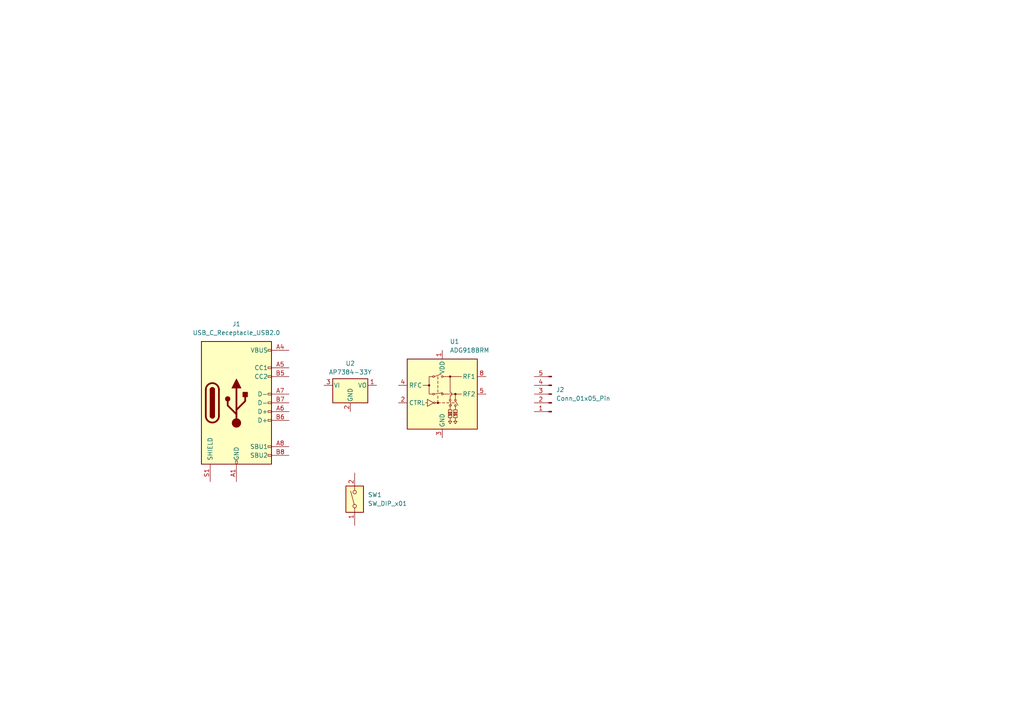
<source format=kicad_sch>
(kicad_sch (version 20230121) (generator eeschema)
  (paper "A4")
  (lib_symbols
    (symbol "Connector:Conn_01x05_Pin" (pin_names (offset 1.016) hide)
      (property "Reference" "J" (at 0 7.62 0))
      (property "Value" "Conn_01x05_Pin" (at 0 -7.62 0))
      (symbol "Conn_01x05_Pin_1_1"
        (polyline (pts (xy 1.27 -5.08) (xy 0.8636 -5.08)) (stroke (width 0.1524)))
        (polyline (pts (xy 1.27 -2.54) (xy 0.8636 -2.54)) (stroke (width 0.1524)))
        (polyline (pts (xy 1.27 0) (xy 0.8636 0)) (stroke (width 0.1524)))
        (polyline (pts (xy 1.27 2.54) (xy 0.8636 2.54)) (stroke (width 0.1524)))
        (polyline (pts (xy 1.27 5.08) (xy 0.8636 5.08)) (stroke (width 0.1524)))
        (rectangle (start 0.8636 -4.953) (end 0 -5.207) (stroke (width 0.1524)) (fill (type outline)))
        (rectangle (start 0.8636 -2.413) (end 0 -2.667) (stroke (width 0.1524)) (fill (type outline)))
        (rectangle (start 0.8636 0.127) (end 0 -0.127) (stroke (width 0.1524)) (fill (type outline)))
        (rectangle (start 0.8636 2.667) (end 0 2.413) (stroke (width 0.1524)) (fill (type outline)))
        (rectangle (start 0.8636 5.207) (end 0 4.953) (stroke (width 0.1524)) (fill (type outline)))
        (pin passive line (at 5.08 5.08 180) (length 3.81) (name "Pin_1") (number "1"))
        (pin passive line (at 5.08 2.54 180) (length 3.81) (name "Pin_2") (number "2"))
        (pin passive line (at 5.08 0 180) (length 3.81) (name "Pin_3") (number "3"))
        (pin passive line (at 5.08 -2.54 180) (length 3.81) (name "Pin_4") (number "4"))
        (pin passive line (at 5.08 -5.08 180) (length 3.81) (name "Pin_5") (number "5"))
      )
    )
    (symbol "Connector:USB_C_Receptacle_USB2.0" (pin_names (offset 1.016))
      (property "Reference" "J" (at -10.16 19.05 0))
      (property "Value" "USB_C_Receptacle_USB2.0" (at 19.05 19.05 0))
      (symbol "USB_C_Receptacle_USB2.0_0_0"
        (rectangle (start -0.254 -17.78) (end 0.254 -16.764))
        (rectangle (start 10.16 -14.986) (end 9.144 -15.494))
        (rectangle (start 10.16 -12.446) (end 9.144 -12.954))
        (rectangle (start 10.16 -4.826) (end 9.144 -5.334))
        (rectangle (start 10.16 -2.286) (end 9.144 -2.794))
        (rectangle (start 10.16 0.254) (end 9.144 -0.254))
        (rectangle (start 10.16 2.794) (end 9.144 2.286))
        (rectangle (start 10.16 7.874) (end 9.144 7.366))
        (rectangle (start 10.16 10.414) (end 9.144 9.906))
        (rectangle (start 10.16 15.494) (end 9.144 14.986))
      )
      (symbol "USB_C_Receptacle_USB2.0_0_1"
        (rectangle (start -10.16 17.78) (end 10.16 -17.78) (stroke (width 0.254)) (fill (type background)))
        (arc (start -8.89 -3.81) (mid -6.985 -5.7067) (end -5.08 -3.81) (stroke (width 0.508)))
        (arc (start -7.62 -3.81) (mid -6.985 -4.4423) (end -6.35 -3.81) (stroke (width 0.254)))
        (arc (start -7.62 -3.81) (mid -6.985 -4.4423) (end -6.35 -3.81) (stroke (width 0.254)) (fill (type outline)))
        (rectangle (start -7.62 -3.81) (end -6.35 3.81) (stroke (width 0.254)) (fill (type outline)))
        (arc (start -6.35 3.81) (mid -6.985 4.4423) (end -7.62 3.81) (stroke (width 0.254)))
        (arc (start -6.35 3.81) (mid -6.985 4.4423) (end -7.62 3.81) (stroke (width 0.254)) (fill (type outline)))
        (arc (start -5.08 3.81) (mid -6.985 5.7067) (end -8.89 3.81) (stroke (width 0.508)))
        (circle (center -2.54 1.143) (radius 0.635) (stroke (width 0.254)) (fill (type outline)))
        (circle (center 0 -5.842) (radius 1.27) (fill (type outline)))
        (polyline (pts (xy -8.89 -3.81) (xy -8.89 3.81)) (stroke (width 0.508)))
        (polyline (pts (xy -5.08 3.81) (xy -5.08 -3.81)) (stroke (width 0.508)))
        (polyline (pts (xy 0 -5.842) (xy 0 4.318)) (stroke (width 0.508)))
        (polyline (pts (xy 0 -3.302) (xy -2.54 -0.762) (xy -2.54 0.508)) (stroke (width 0.508)))
        (polyline (pts (xy 0 -2.032) (xy 2.54 0.508) (xy 2.54 1.778)) (stroke (width 0.508)))
        (polyline (pts (xy -1.27 4.318) (xy 0 6.858) (xy 1.27 4.318) (xy -1.27 4.318)) (stroke (width 0.254)) (fill (type outline)))
        (rectangle (start 1.905 1.778) (end 3.175 3.048) (stroke (width 0.254)) (fill (type outline)))
      )
      (symbol "USB_C_Receptacle_USB2.0_1_1"
        (pin passive line (at 0 -22.86 90) (length 5.08) (name "GND") (number "A1"))
        (pin passive line (at 0 -22.86 90) (length 5.08) hide (name "GND") (number "A12"))
        (pin passive line (at 15.24 15.24 180) (length 5.08) (name "VBUS") (number "A4"))
        (pin bidirectional line (at 15.24 10.16 180) (length 5.08) (name "CC1") (number "A5"))
        (pin bidirectional line (at 15.24 -2.54 180) (length 5.08) (name "D+") (number "A6"))
        (pin bidirectional line (at 15.24 2.54 180) (length 5.08) (name "D-") (number "A7"))
        (pin bidirectional line (at 15.24 -12.7 180) (length 5.08) (name "SBU1") (number "A8"))
        (pin passive line (at 15.24 15.24 180) (length 5.08) hide (name "VBUS") (number "A9"))
        (pin passive line (at 0 -22.86 90) (length 5.08) hide (name "GND") (number "B1"))
        (pin passive line (at 0 -22.86 90) (length 5.08) hide (name "GND") (number "B12"))
        (pin passive line (at 15.24 15.24 180) (length 5.08) hide (name "VBUS") (number "B4"))
        (pin bidirectional line (at 15.24 7.62 180) (length 5.08) (name "CC2") (number "B5"))
        (pin bidirectional line (at 15.24 -5.08 180) (length 5.08) (name "D+") (number "B6"))
        (pin bidirectional line (at 15.24 0 180) (length 5.08) (name "D-") (number "B7"))
        (pin bidirectional line (at 15.24 -15.24 180) (length 5.08) (name "SBU2") (number "B8"))
        (pin passive line (at 15.24 15.24 180) (length 5.08) hide (name "VBUS") (number "B9"))
        (pin passive line (at -7.62 -22.86 90) (length 5.08) (name "SHIELD") (number "S1"))
      )
    )
    (symbol "RF_Switch:ADG918BRM"
      (property "Reference" "U" (at -10.16 11.43 0))
      (property "Value" "ADG918BRM" (at 1.27 11.43 0))
      (symbol "ADG918BRM_0_0"
        (rectangle (start -10.16 10.16) (end 10.16 -10.16) (stroke (width 0.254)) (fill (type background)))
        (circle (center -3.81 2.54) (radius 0.254) (fill (type outline)))
        (circle (center -2.286 -2.54) (radius 0.254))
        (circle (center -1.27 -2.54) (radius 0.254) (fill (type outline)))
        (polyline (pts (xy -4.318 -2.54) (xy -4.826 -2.54)))
        (polyline (pts (xy -3.81 2.54) (xy -5.588 2.54)))
        (polyline (pts (xy -1.27 -2.54) (xy -1.27 -1.778)))
        (polyline (pts (xy -1.27 -1.27) (xy -1.27 -0.508)))
        (polyline (pts (xy -1.27 1.27) (xy -1.27 0.508)))
        (polyline (pts (xy -1.27 2.54) (xy -1.27 1.778)))
        (polyline (pts (xy -1.27 3.81) (xy -1.27 3.048)))
        (polyline (pts (xy -1.27 5.08) (xy -1.27 4.318)))
        (polyline (pts (xy -0.508 -2.54) (xy -2.032 -2.54)))
        (polyline (pts (xy 0 -2.54) (xy 0.762 -2.54)))
        (polyline (pts (xy 0.254 0) (xy 5.588 0)))
        (polyline (pts (xy 0.254 5.08) (xy 5.588 5.08)))
        (polyline (pts (xy 2.032 -2.54) (xy 1.27 -2.54)))
        (polyline (pts (xy 2.286 0.508) (xy 2.286 5.08)))
        (polyline (pts (xy 3.556 -2.54) (xy 2.794 -2.54)))
        (polyline (pts (xy -4.318 -1.524) (xy -4.318 -3.556) (xy -2.54 -2.54) (xy -4.318 -1.524)))
        (polyline (pts (xy -2.794 0) (xy -3.81 0) (xy -3.81 5.08) (xy -2.794 5.08)))
        (arc (start 2.286 -0.508) (mid 2.7918 0) (end 2.286 0.508))
        (text "50" (at 2.286 -5.715 900) (effects (font (size 0.635 0.635))))
        (text "50" (at 3.81 -5.715 900) (effects (font (size 0.635 0.635))))
      )
      (symbol "ADG918BRM_0_1"
        (circle (center -2.54 0) (radius 0.254))
        (circle (center -2.54 5.08) (radius 0.254))
        (polyline (pts (xy -2.286 0) (xy 0.127 0.381)))
        (polyline (pts (xy -2.286 5.08) (xy -0.254 5.842)))
        (polyline (pts (xy 2.286 -3.556) (xy 2.286 -4.572)))
        (polyline (pts (xy 2.286 -2.032) (xy 2.667 -3.429)))
        (polyline (pts (xy 2.286 -0.508) (xy 2.286 -1.524)))
        (polyline (pts (xy 3.81 -3.556) (xy 3.81 -4.572)))
        (polyline (pts (xy 3.81 -2.032) (xy 4.572 -3.302)))
        (polyline (pts (xy 3.81 0) (xy 3.81 -1.524)))
        (polyline (pts (xy 2.286 -6.858) (xy 2.286 -7.874) (xy 1.778 -7.874) (xy 2.286 -8.636) (xy 2.794 -7.874) (xy 2.286 -7.874)))
        (polyline (pts (xy 3.81 -6.858) (xy 3.81 -7.874) (xy 3.302 -7.874) (xy 3.81 -8.636) (xy 4.318 -7.874) (xy 3.81 -7.874)))
        (circle (center 0 0) (radius 0.254))
        (circle (center 0 5.08) (radius 0.254))
        (rectangle (start 1.778 -4.572) (end 2.794 -6.858))
        (circle (center 2.286 -3.302) (radius 0.254))
        (circle (center 2.286 -1.778) (radius 0.254))
        (circle (center 2.286 5.08) (radius 0.254) (fill (type outline)))
        (rectangle (start 3.302 -4.572) (end 4.318 -6.858))
        (circle (center 3.81 -3.302) (radius 0.254))
        (circle (center 3.81 -1.778) (radius 0.254))
        (circle (center 3.81 0) (radius 0.254) (fill (type outline)))
      )
      (symbol "ADG918BRM_1_1"
        (pin power_in line (at 0 12.7 270) (length 2.54) (name "VDD") (number "1"))
        (pin input line (at -12.7 -2.54 0) (length 2.54) (name "CTRL") (number "2"))
        (pin power_in line (at 0 -12.7 90) (length 2.54) (name "GND") (number "3"))
        (pin passive line (at -12.7 2.54 0) (length 2.54) (name "RFC") (number "4"))
        (pin passive line (at 12.7 0 180) (length 2.54) (name "RF2") (number "5"))
        (pin passive line (at 0 -12.7 90) (length 2.54) hide (name "GND") (number "6"))
        (pin passive line (at 0 -12.7 90) (length 2.54) hide (name "GND") (number "7"))
        (pin passive line (at 12.7 5.08 180) (length 2.54) (name "RF1") (number "8"))
      )
    )
    (symbol "Regulator_Linear:AP7384-33Y" (pin_names (offset 0.254))
      (property "Reference" "U" (at -3.81 3.175 0))
      (property "Value" "AP7384-33Y" (at 0 3.175 0))
      (symbol "AP7384-33Y_0_1"
        (rectangle (start -5.08 1.905) (end 5.08 -5.08) (stroke (width 0.254)) (fill (type background)))
      )
      (symbol "AP7384-33Y_1_1"
        (pin power_out line (at 7.62 0 180) (length 2.54) (name "VO") (number "1"))
        (pin power_in line (at 0 -7.62 90) (length 2.54) (name "GND") (number "2"))
        (pin power_in line (at -7.62 0 0) (length 2.54) (name "VI") (number "3"))
      )
    )
    (symbol "Switch:SW_DIP_x01" (pin_names (offset 0) hide)
      (property "Reference" "SW" (at 0 3.81 0))
      (property "Value" "SW_DIP_x01" (at 0 -3.81 0))
      (symbol "SW_DIP_x01_0_0"
        (circle (center -2.032 0) (radius 0.508))
        (polyline (pts (xy -1.524 0.127) (xy 2.3622 1.1684)))
        (circle (center 2.032 0) (radius 0.508))
      )
      (symbol "SW_DIP_x01_0_1"
        (rectangle (start -3.81 2.54) (end 3.81 -2.54) (stroke (width 0.254)) (fill (type background)))
      )
      (symbol "SW_DIP_x01_1_1"
        (pin passive line (at -7.62 0 0) (length 5.08) (name "~") (number "1"))
        (pin passive line (at 7.62 0 180) (length 5.08) (name "~") (number "2"))
      )
    )
  )
  (symbol (lib_id "Switch:SW_DIP_x01") (at 102.87 144.78 90) (unit 1)
    (property "Reference" "SW1" (at 106.68 143.51 90) (effects (justify right)))
    (property "Value" "SW_DIP_x01" (at 106.68 146.05 90) (effects (justify right)))
    (property "Footprint" "Button_Switch_SMD:SW_SPST_PTS645" (effects hide))
  )
  (symbol (lib_id "Regulator_Linear:AP7384-33Y") (at 101.6 111.76 0) (unit 1)
    (property "Reference" "U2" (at 101.6 105.41 0))
    (property "Value" "AP7384-33Y" (at 101.6 107.95 0))
    (property "Footprint" "Package_TO_SOT_SMD:SOT-89-3" (effects hide))
    (property "Datasheet" "https://www.diodes.com/assets/Datasheets/AP7384.pdf" (effects hide))
  )
  (symbol (lib_id "Connector:Conn_01x05_Pin") (at 160.02 114.3 180) (unit 1)
    (property "Reference" "J2" (at 161.29 113.03 0) (effects (justify right)))
    (property "Value" "Conn_01x05_Pin" (at 161.29 115.57 0) (effects (justify right)))
    (property "Footprint" "Connector_PinHeader_2.54mm:PinHeader_1x05_P2.54mm_Horizontal" (effects hide))
  )
  (symbol (lib_id "Connector:USB_C_Receptacle_USB2.0") (at 68.58 116.84 0) (unit 1)
    (property "Reference" "J1" (at 68.58 93.98 0))
    (property "Value" "USB_C_Receptacle_USB2.0" (at 68.58 96.52 0))
    (property "Footprint" "Connector_USB:USB_C_Receptacle_GCT_USB4105-xx-A_16P_TopMnt_Horizontal" (effects hide))
    (property "Datasheet" "https://www.usb.org/sites/default/files/documents/usb_type-c.zip" (effects hide))
  )
  (symbol (lib_id "RF_Switch:ADG918BRM") (at 128.27 114.3 0) (unit 1)
    (property "Reference" "U1" (at 130.4641 99.06 0) (effects (justify left)))
    (property "Value" "ADG918BRM" (at 130.4641 101.6 0) (effects (justify left)))
    (property "Footprint" "Package_SO:MSOP-8_3x3mm_P0.65mm" (effects hide))
    (property "Datasheet" "https://www.analog.com/media/en/technical-documentation/data-sheets/ADG918_919.pdf" (effects hide))
  )
)
</source>
